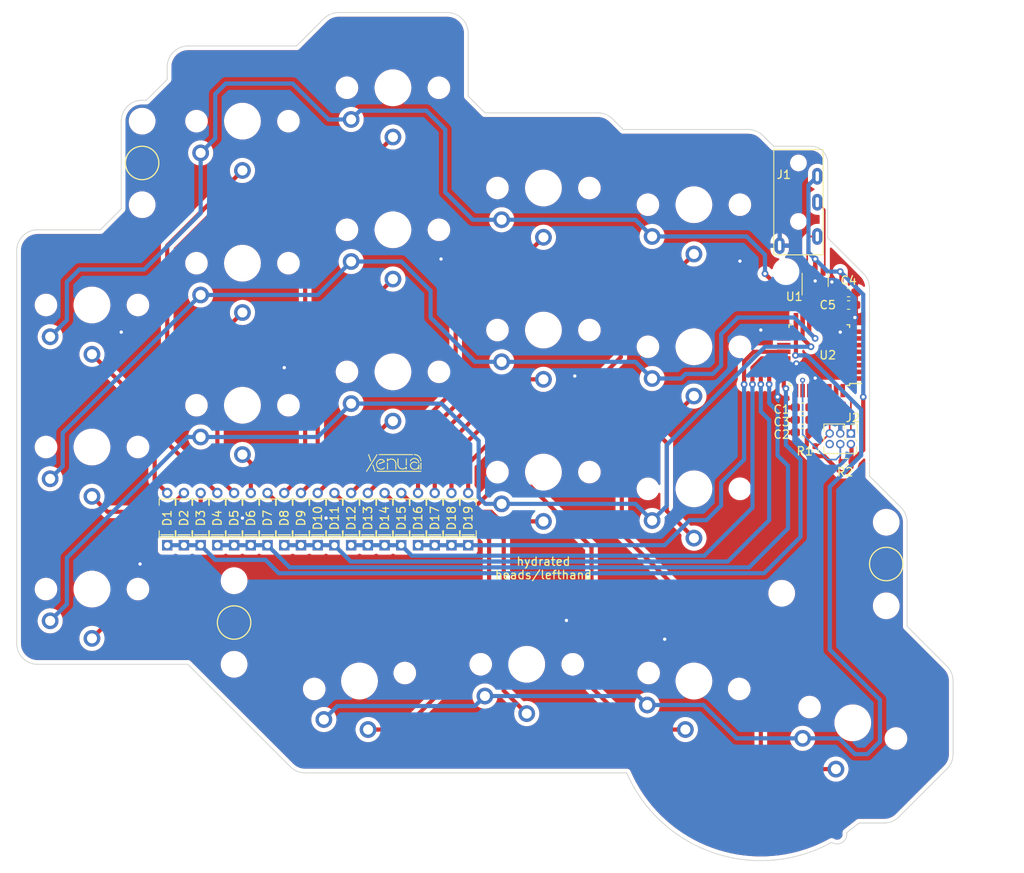
<source format=kicad_pcb>
(kicad_pcb (version 20211014) (generator pcbnew)

  (general
    (thickness 1.6)
  )

  (paper "A4")
  (layers
    (0 "F.Cu" signal)
    (31 "B.Cu" signal)
    (32 "B.Adhes" user "B.Adhesive")
    (33 "F.Adhes" user "F.Adhesive")
    (34 "B.Paste" user)
    (35 "F.Paste" user)
    (36 "B.SilkS" user "B.Silkscreen")
    (37 "F.SilkS" user "F.Silkscreen")
    (38 "B.Mask" user)
    (39 "F.Mask" user)
    (40 "Dwgs.User" user "User.Drawings")
    (41 "Cmts.User" user "User.Comments")
    (42 "Eco1.User" user "User.Eco1")
    (43 "Eco2.User" user "User.Eco2")
    (44 "Edge.Cuts" user)
    (45 "Margin" user)
    (46 "B.CrtYd" user "B.Courtyard")
    (47 "F.CrtYd" user "F.Courtyard")
    (48 "B.Fab" user)
    (49 "F.Fab" user)
    (50 "User.1" user)
    (51 "User.2" user)
    (52 "User.3" user)
    (53 "User.4" user)
    (54 "User.5" user)
    (55 "User.6" user)
    (56 "User.7" user)
    (57 "User.8" user)
    (58 "User.9" user)
  )

  (setup
    (stackup
      (layer "F.SilkS" (type "Top Silk Screen"))
      (layer "F.Paste" (type "Top Solder Paste"))
      (layer "F.Mask" (type "Top Solder Mask") (thickness 0.01))
      (layer "F.Cu" (type "copper") (thickness 0.035))
      (layer "dielectric 1" (type "core") (thickness 1.51) (material "FR4") (epsilon_r 4.5) (loss_tangent 0.02))
      (layer "B.Cu" (type "copper") (thickness 0.035))
      (layer "B.Mask" (type "Bottom Solder Mask") (thickness 0.01))
      (layer "B.Paste" (type "Bottom Solder Paste"))
      (layer "B.SilkS" (type "Bottom Silk Screen"))
      (copper_finish "None")
      (dielectric_constraints no)
    )
    (pad_to_mask_clearance 0)
    (pcbplotparams
      (layerselection 0x00010fc_ffffffff)
      (disableapertmacros false)
      (usegerberextensions false)
      (usegerberattributes true)
      (usegerberadvancedattributes true)
      (creategerberjobfile true)
      (svguseinch false)
      (svgprecision 6)
      (excludeedgelayer true)
      (plotframeref false)
      (viasonmask false)
      (mode 1)
      (useauxorigin false)
      (hpglpennumber 1)
      (hpglpenspeed 20)
      (hpglpendiameter 15.000000)
      (dxfpolygonmode true)
      (dxfimperialunits true)
      (dxfusepcbnewfont true)
      (psnegative false)
      (psa4output false)
      (plotreference true)
      (plotvalue true)
      (plotinvisibletext false)
      (sketchpadsonfab false)
      (subtractmaskfromsilk false)
      (outputformat 1)
      (mirror false)
      (drillshape 1)
      (scaleselection 1)
      (outputdirectory "")
    )
  )

  (net 0 "")
  (net 1 "GND")
  (net 2 "Net-(C1-Pad2)")
  (net 3 "+3V3")
  (net 4 "C_PINKY")
  (net 5 "Net-(D1-Pad2)")
  (net 6 "Net-(D2-Pad2)")
  (net 7 "Net-(D3-Pad2)")
  (net 8 "C_RING")
  (net 9 "Net-(D4-Pad2)")
  (net 10 "Net-(D5-Pad2)")
  (net 11 "Net-(D6-Pad2)")
  (net 12 "Net-(D7-Pad2)")
  (net 13 "C_MIDDLE")
  (net 14 "Net-(D8-Pad2)")
  (net 15 "Net-(D9-Pad2)")
  (net 16 "Net-(D10-Pad2)")
  (net 17 "Net-(D11-Pad2)")
  (net 18 "C_INDEX")
  (net 19 "Net-(D12-Pad2)")
  (net 20 "Net-(D13-Pad2)")
  (net 21 "Net-(D14-Pad2)")
  (net 22 "Net-(D15-Pad2)")
  (net 23 "C_INNER")
  (net 24 "Net-(D16-Pad2)")
  (net 25 "Net-(D17-Pad2)")
  (net 26 "Net-(D18-Pad2)")
  (net 27 "Net-(D19-Pad2)")
  (net 28 "/SWDIO")
  (net 29 "/RST")
  (net 30 "/SWCLK")
  (net 31 "unconnected-(J2-Pad6)")
  (net 32 "R_TOP")
  (net 33 "R_HOME")
  (net 34 "R_BOTTOM")
  (net 35 "R_THUMB")
  (net 36 "/SDA")
  (net 37 "Net-(J1-PadR2)")
  (net 38 "Net-(J1-PadR1)")
  (net 39 "unconnected-(U2-Pad1)")
  (net 40 "unconnected-(U2-Pad2)")
  (net 41 "unconnected-(U2-Pad3)")
  (net 42 "unconnected-(U2-Pad4)")
  (net 43 "unconnected-(U2-Pad5)")
  (net 44 "unconnected-(U2-Pad6)")
  (net 45 "unconnected-(U2-Pad7)")
  (net 46 "unconnected-(U2-Pad8)")
  (net 47 "/SCL")
  (net 48 "unconnected-(U2-Pad25)")
  (net 49 "unconnected-(U2-Pad27)")
  (net 50 "unconnected-(U2-Pad17)")
  (net 51 "unconnected-(U2-Pad18)")
  (net 52 "unconnected-(U2-Pad19)")

  (footprint "Resistor_SMD:R_0402_1005Metric_Pad0.72x0.64mm_HandSolder" (layer "F.Cu") (at 224.25 79.75))

  (footprint "MountingHole:MountingHole_2.2mm_M2_DIN965" (layer "F.Cu") (at 140 39))

  (footprint "mbk:Choc-1u-solder" (layer "F.Cu") (at 170 52))

  (footprint "mbk:Choc-1u-solder" (layer "F.Cu") (at 206 66))

  (footprint "mbk:Choc-1u-solder" (layer "F.Cu") (at 225 111 -20))

  (footprint "1N4148:DIOAD829W49L456D191" (layer "F.Cu") (at 173 86.5 90))

  (footprint "mbk:Choc-1u-solder" (layer "F.Cu") (at 152 39))

  (footprint "1N4148:DIOAD829W49L456D191" (layer "F.Cu") (at 169 86.5 90))

  (footprint "mbk:Choc-1u-solder" (layer "F.Cu") (at 152 73))

  (footprint "Package_QFP:TQFP-32_7x7mm_P0.8mm" (layer "F.Cu") (at 221 67 180))

  (footprint "Capacitor_SMD:C_0603_1608Metric_Pad1.08x0.95mm_HandSolder" (layer "F.Cu") (at 224.5 59.5))

  (footprint "mbk:Choc-1u-solder" (layer "F.Cu") (at 188 64))

  (footprint "mbk:Choc-1u-solder" (layer "F.Cu") (at 166 106 10))

  (footprint "MountingHole:MountingHole_2.2mm_M2_DIN965" (layer "F.Cu") (at 151 94))

  (footprint "mbk:Choc-1u-solder" (layer "F.Cu") (at 188 47))

  (footprint "1N4148:DIOAD829W49L456D191" (layer "F.Cu") (at 147 86.5 90))

  (footprint "mbk:Choc-1u-solder" (layer "F.Cu") (at 188 81))

  (footprint "Package_TO_SOT_SMD:SOT-23-6" (layer "F.Cu") (at 220.5 58 90))

  (footprint "MountingHole:MountingHole_2.2mm_M2_DIN965" (layer "F.Cu") (at 217 57))

  (footprint "MountingHole:MountingHole_2.2mm_M2_DIN965" (layer "F.Cu") (at 151 104))

  (footprint "1N4148:DIOAD829W49L456D191" (layer "F.Cu") (at 163 86.5 90))

  (footprint "MountingHole:MountingHole_2.2mm_M2_DIN965" (layer "F.Cu") (at 140 49))

  (footprint "1N4148:DIOAD829W49L456D191" (layer "F.Cu") (at 179 86.5 90))

  (footprint "pj320a:Jack_3.5mm_PJ320A_Horizontal" (layer "F.Cu") (at 218.5 44 -90))

  (footprint "mbk:Choc-1u-solder" (layer "F.Cu") (at 152 56))

  (footprint "MountingHole:MountingHole_2.2mm_M2_DIN965" (layer "F.Cu") (at 229 87))

  (footprint "xenua:sig" (layer "F.Cu") (at 166.845 80.905167))

  (footprint "1N4148:DIOAD829W49L456D191" (layer "F.Cu") (at 161 86.5 90))

  (footprint "Capacitor_SMD:C_0603_1608Metric_Pad1.08x0.95mm_HandSolder" (layer "F.Cu") (at 219 76.25 180))

  (footprint "mbk:Choc-1u-solder" (layer "F.Cu") (at 134 61))

  (footprint "MountingHole:MountingHole_2.2mm_M2_DIN965" (layer "F.Cu") (at 229 97))

  (footprint "Capacitor_SMD:C_0603_1608Metric_Pad1.08x0.95mm_HandSolder" (layer "F.Cu") (at 224.5 61))

  (footprint "1N4148:DIOAD829W49L456D191" (layer "F.Cu") (at 155 86.5 90))

  (footprint "1N4148:DIOAD829W49L456D191" (layer "F.Cu") (at 165 86.5 90))

  (footprint "Capacitor_SMD:C_0603_1608Metric_Pad1.08x0.95mm_HandSolder" (layer "F.Cu") (at 219 73.25))

  (footprint "mbk:Choc-1u-solder" (layer "F.Cu") (at 206 106 -10))

  (footprint "mbk:Choc-1u-solder" (layer "F.Cu") (at 134 95))

  (footprint "Connector_PinHeader_1.27mm:PinHeader_2x03_P1.27mm_Vertical" (layer "F.Cu") (at 224.775 76.375 -90))

  (footprint "1N4148:DIOAD829W49L456D191" (layer "F.Cu") (at 175 86.5 90))

  (footprint "mbk:Choc-1u-solder" (layer "F.Cu") (at 186 104))

  (footprint "mbk:Choc-1u-solder" (layer "F.Cu") (at 206 83))

  (footprint "mbk:Choc-1u-solder" (layer "F.Cu") (at 206 49))

  (footprint "1N4148:DIOAD829W49L456D191" (layer "F.Cu") (at 159 86.5 90))

  (footprint "mbk:Choc-1u-solder" (layer "F.Cu") (at 170 69))

  (footprint "1N4148:DIOAD829W49L456D191" (layer "F.Cu") (at 177 86.5 90))

  (footprint "1N4148:DIOAD829W49L456D191" (layer "F.Cu") (at 171 86.5 90))

  (footprint "mbk:Choc-1u-solder" (layer "F.Cu") (at 170 35))

  (footprint "Capacitor_SMD:C_0603_1608Metric_Pad1.08x0.95mm_HandSolder" (layer "F.Cu") (at 219 74.75 180))

  (footprint "1N4148:DIOAD829W49L456D191" (layer "F.Cu")
    (tedit 6235BD20) (tstamp dbf3a1f0-3ae6-4098-8304-356079c23da8)
    (at 151 86.5 90)
    (property "Sheetfile" "lefthand.kicad_sch")
    (property "Sheetname" "")
    (path "/b27c7fab-8289-4ef5-a70e-3a3e9584c5b3")
    (attr through_hole)
    (fp_text reference "D5" (at 0 0 90) (layer "F.SilkS")
      (effects (font (size 1.000102 1.000102) (thickness 0.15)))
      (tstamp 9ad58e9b-2820-4dc5-a5e4-ca5c01c490ff)
    )
    (fp_text value "D22" (at 0 2 90) (layer "F.Fab")
      (effects (font (size 1.001921 1.001921) (thickness 0.15)))
      (tstamp 56791047-0c80-4cd8-9282-934f668ff0bd)
    )
    (fp_line (start -2.28 -0.96) (end -2.28 0) (layer "F.SilkS") (width 0.127) (tstamp 06ff03ba-3844-4c8a-bfdd-43ff54640623))
    (fp_line (start -2.28 0.96) (end -1.52 0.96) (layer "F.SilkS") (width 0.127) (tstamp 0fb1c80d-d75d-4950-98fe-c4458bf1a81d))
    (fp_line (start 1.52 -0.96) (end 2.28 -0.96) (layer "F.SilkS") (width 0.127) (tstamp 178cbf16-edb2-4f11-aeae-f38b15af9812))
    (fp_line (start -2.28 0) (end -2.28 0.95) (layer "F.SilkS") (width 0.127) (tstamp 69acfdc4-3cb3-4dd7-947f-5c8d42f548a4))
    (fp_line (start -2.28 -0.96) (end -1.52 -0.96) (layer "F.SilkS") (width 0.127) (tstamp 6bf8b7b7-01b9-455e-b0fb-49e7b9f621f4))
    (fp_line (start 2.28 -0.95) (end 2.28 0) (layer "F.SilkS") (width 0.127) (tstamp 8899cd26-411d-42d3-b063-0181c294da89))
    (fp_line (start -2 -0.75) (end -2 0.75) (layer "F.SilkS") (width 0.12) (tstamp a9a26951-6b1a-4220-b2c3-a4789a018d0a))
    (fp_line (start 1.52 0.96) (end 2.28 0.96) (layer "F.SilkS") (width 0.127) (tstamp cde0387d-e84f-4107-b176-4e8b32c98e84))
    (fp_line (start 2.28 0) (end 2.28 0.96) (layer "F.SilkS") (width 0.127) (tstamp eab0f4ef-6df6-4b98-a3c3-73c8876ffd45))
    (fp_line (start -2.53 1) (end -2.53 0.815) (layer "F.CrtYd") (width 0.05) (tstamp 05d229b1-efe9-4da2-a376-f1ac260e668c))
    (fp_line (start -2.53 -1) (end 2.53 -1) (layer "F.CrtYd") (width 0.05) (tstamp 142674ff-649d-4412-b4c6-009a8c6fbefc))
    (fp_line (start -2.5
... [1265682 chars truncated]
</source>
